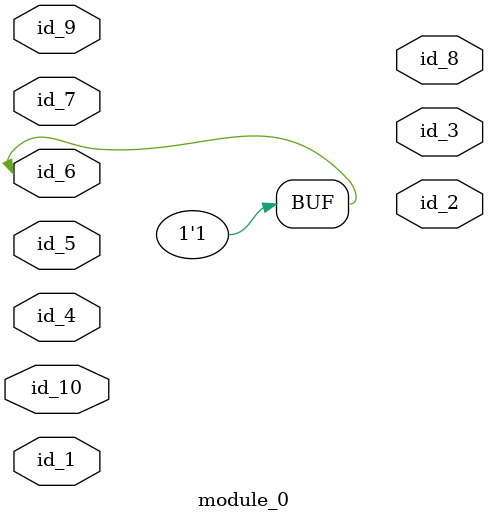
<source format=v>
localparam id_8 = id_5[id_6];
module module_0 (
    id_1,
    id_2,
    id_3,
    id_4,
    id_5,
    id_6,
    id_7,
    id_8,
    id_9,
    id_10
);
  inout id_10;
  input id_9;
  output id_8;
  inout id_7;
  inout id_6;
  inout id_5;
  inout id_4;
  output id_3;
  output id_2;
  inout id_1;
  assign id_6 = 1;
endmodule

</source>
